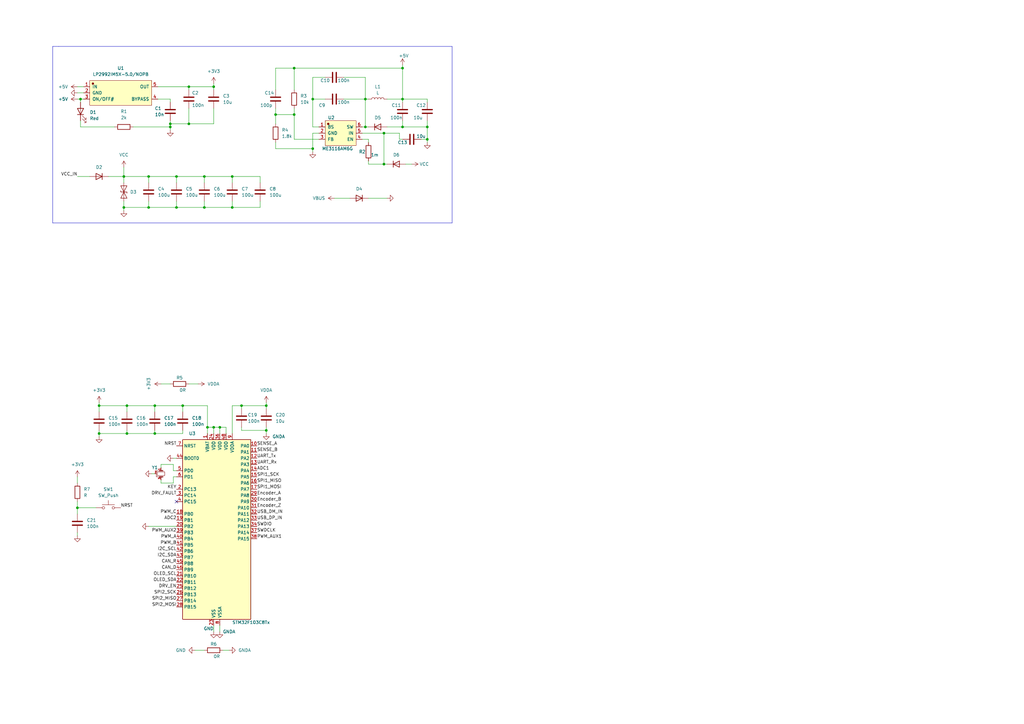
<source format=kicad_sch>
(kicad_sch (version 20230121) (generator eeschema)
  (paper "A3")
  (lib_symbols
    (symbol "Device:C" (pin_numbers hide) (pin_names (offset 0.254))
      (property "Reference" "C" (at 0.635 2.54 0))
      (property "Value" "C" (at 0.635 -2.54 0))
      (symbol "C_0_1"
        (polyline (pts (xy -2.032 -0.762) (xy 2.032 -0.762)) (stroke (width 0.508)))
        (polyline (pts (xy -2.032 0.762) (xy 2.032 0.762)) (stroke (width 0.508)))
      )
      (symbol "C_1_1"
        (pin passive line (at 0 3.81 270) (length 2.794) (name "~") (number "1"))
        (pin passive line (at 0 -3.81 90) (length 2.794) (name "~") (number "2"))
      )
    )
    (symbol "Device:Crystal_GND2_Small" (pin_names (offset 1.016) hide)
      (property "Reference" "Y" (at 0 5.08 0))
      (property "Value" "Crystal_GND2_Small" (at 0 3.175 0))
      (symbol "Crystal_GND2_Small_0_1"
        (rectangle (start -0.762 -1.524) (end 0.762 1.524))
        (polyline (pts (xy -1.27 -0.762) (xy -1.27 0.762)) (stroke (width 0.381)))
        (polyline (pts (xy 1.27 -0.762) (xy 1.27 0.762)) (stroke (width 0.381)))
        (polyline (pts (xy -1.27 -1.27) (xy -1.27 -1.905) (xy 1.27 -1.905) (xy 1.27 -1.27)))
      )
      (symbol "Crystal_GND2_Small_1_1"
        (pin passive line (at -2.54 0 0) (length 1.27) (name "1") (number "1"))
        (pin passive line (at 0 -2.54 90) (length 0.635) (name "2") (number "2"))
        (pin passive line (at 2.54 0 180) (length 1.27) (name "3") (number "3"))
      )
    )
    (symbol "Device:L" (pin_numbers hide) (pin_names (offset 1.016) hide)
      (property "Reference" "L" (at -1.27 0 90))
      (property "Value" "L" (at 1.905 0 90))
      (symbol "L_0_1"
        (arc (start 0 -2.54) (mid 0.6323 -1.905) (end 0 -1.27))
        (arc (start 0 -1.27) (mid 0.6323 -0.635) (end 0 0))
        (arc (start 0 0) (mid 0.6323 0.635) (end 0 1.27))
        (arc (start 0 1.27) (mid 0.6323 1.905) (end 0 2.54))
      )
      (symbol "L_1_1"
        (pin passive line (at 0 3.81 270) (length 1.27) (name "1") (number "1"))
        (pin passive line (at 0 -3.81 90) (length 1.27) (name "2") (number "2"))
      )
    )
    (symbol "Device:LED" (pin_numbers hide) (pin_names (offset 1.016) hide)
      (property "Reference" "D" (at 0 2.54 0))
      (property "Value" "LED" (at 0 -2.54 0))
      (symbol "LED_0_1"
        (polyline (pts (xy -1.27 -1.27) (xy -1.27 1.27)) (stroke (width 0.254)))
        (polyline (pts (xy -1.27 0) (xy 1.27 0)))
        (polyline (pts (xy 1.27 -1.27) (xy 1.27 1.27) (xy -1.27 0) (xy 1.27 -1.27)) (stroke (width 0.254)))
        (polyline (pts (xy -3.048 -0.762) (xy -4.572 -2.286) (xy -3.81 -2.286) (xy -4.572 -2.286) (xy -4.572 -1.524)))
        (polyline (pts (xy -1.778 -0.762) (xy -3.302 -2.286) (xy -2.54 -2.286) (xy -3.302 -2.286) (xy -3.302 -1.524)))
      )
      (symbol "LED_1_1"
        (pin passive line (at -3.81 0 0) (length 2.54) (name "K") (number "1"))
        (pin passive line (at 3.81 0 180) (length 2.54) (name "A") (number "2"))
      )
    )
    (symbol "Device:R" (pin_numbers hide) (pin_names (offset 0))
      (property "Reference" "R" (at 2.032 0 90))
      (property "Value" "R" (at 0 0 90))
      (symbol "R_0_1"
        (rectangle (start -1.016 -2.54) (end 1.016 2.54) (stroke (width 0.254)))
      )
      (symbol "R_1_1"
        (pin passive line (at 0 3.81 270) (length 1.27) (name "~") (number "1"))
        (pin passive line (at 0 -3.81 90) (length 1.27) (name "~") (number "2"))
      )
    )
    (symbol "Diode:1N4003" (pin_numbers hide) (pin_names hide)
      (property "Reference" "D" (at 0 2.54 0))
      (property "Value" "1N4003" (at 0 -2.54 0))
      (symbol "1N4003_0_1"
        (polyline (pts (xy -1.27 1.27) (xy -1.27 -1.27)) (stroke (width 0.254)))
        (polyline (pts (xy 1.27 0) (xy -1.27 0)))
        (polyline (pts (xy 1.27 1.27) (xy 1.27 -1.27) (xy -1.27 0) (xy 1.27 1.27)) (stroke (width 0.254)))
      )
      (symbol "1N4003_1_1"
        (pin passive line (at -3.81 0 0) (length 2.54) (name "K") (number "1"))
        (pin passive line (at 3.81 0 180) (length 2.54) (name "A") (number "2"))
      )
    )
    (symbol "Diode:SMAJ15CA" (pin_numbers hide) (pin_names (offset 1.016) hide)
      (property "Reference" "D" (at 0 2.54 0))
      (property "Value" "SMAJ15CA" (at 0 -2.54 0))
      (symbol "SMAJ15CA_0_1"
        (polyline (pts (xy 1.27 0) (xy -1.27 0)))
        (polyline (pts (xy -2.54 -1.27) (xy 0 0) (xy -2.54 1.27) (xy -2.54 -1.27)) (stroke (width 0.2032)))
        (polyline (pts (xy 0.508 1.27) (xy 0 1.27) (xy 0 -1.27) (xy -0.508 -1.27)) (stroke (width 0.2032)))
        (polyline (pts (xy 2.54 1.27) (xy 2.54 -1.27) (xy 0 0) (xy 2.54 1.27)) (stroke (width 0.2032)))
      )
      (symbol "SMAJ15CA_1_1"
        (pin passive line (at -3.81 0 0) (length 2.54) (name "A1") (number "1"))
        (pin passive line (at 3.81 0 180) (length 2.54) (name "A2") (number "2"))
      )
    )
    (symbol "MCU_ST_STM32F1:STM32F103C8Tx"
      (property "Reference" "U" (at -12.7 39.37 0))
      (property "Value" "STM32F103C8Tx" (at 10.16 39.37 0))
      (symbol "STM32F103C8Tx_0_1"
        (rectangle (start -12.7 -35.56) (end 15.24 38.1) (stroke (width 0.254)) (fill (type background)))
      )
      (symbol "STM32F103C8Tx_1_1"
        (pin power_in line (at -2.54 40.64 270) (length 2.54) (name "VBAT") (number "1"))
        (pin bidirectional line (at 17.78 35.56 180) (length 2.54) (name "PA0") (number "10"))
        (pin bidirectional line (at 17.78 33.02 180) (length 2.54) (name "PA1") (number "11"))
        (pin bidirectional line (at 17.78 30.48 180) (length 2.54) (name "PA2") (number "12"))
        (pin bidirectional line (at 17.78 27.94 180) (length 2.54) (name "PA3") (number "13"))
        (pin bidirectional line (at 17.78 25.4 180) (length 2.54) (name "PA4") (number "14"))
        (pin bidirectional line (at 17.78 22.86 180) (length 2.54) (name "PA5") (number "15"))
        (pin bidirectional line (at 17.78 20.32 180) (length 2.54) (name "PA6") (number "16"))
        (pin bidirectional line (at 17.78 17.78 180) (length 2.54) (name "PA7") (number "17"))
        (pin bidirectional line (at -15.24 7.62 0) (length 2.54) (name "PB0") (number "18"))
        (pin bidirectional line (at -15.24 5.08 0) (length 2.54) (name "PB1") (number "19"))
        (pin bidirectional line (at -15.24 17.78 0) (length 2.54) (name "PC13") (number "2"))
        (pin bidirectional line (at -15.24 2.54 0) (length 2.54) (name "PB2") (number "20"))
        (pin bidirectional line (at -15.24 -17.78 0) (length 2.54) (name "PB10") (number "21"))
        (pin bidirectional line (at -15.24 -20.32 0) (length 2.54) (name "PB11") (number "22"))
        (pin power_in line (at 0 -38.1 90) (length 2.54) (name "VSS") (number "23"))
        (pin power_in line (at 0 40.64 270) (length 2.54) (name "VDD") (number "24"))
        (pin bidirectional line (at -15.24 -22.86 0) (length 2.54) (name "PB12") (number "25"))
        (pin bidirectional line (at -15.24 -25.4 0) (length 2.54) (name "PB13") (number "26"))
        (pin bidirectional line (at -15.24 -27.94 0) (length 2.54) (name "PB14") (number "27"))
        (pin bidirectional line (at -15.24 -30.48 0) (length 2.54) (name "PB15") (number "28"))
        (pin bidirectional line (at 17.78 15.24 180) (length 2.54) (name "PA8") (number "29"))
        (pin bidirectional line (at -15.24 15.24 0) (length 2.54) (name "PC14") (number "3"))
        (pin bidirectional line (at 17.78 12.7 180) (length 2.54) (name "PA9") (number "30"))
        (pin bidirectional line (at 17.78 10.16 180) (length 2.54) (name "PA10") (number "31"))
        (pin bidirectional line (at 17.78 7.62 180) (length 2.54) (name "PA11") (number "32"))
        (pin bidirectional line (at 17.78 5.08 180) (length 2.54) (name "PA12") (number "33"))
        (pin bidirectional line (at 17.78 2.54 180) (length 2.54) (name "PA13") (number "34"))
        (pin passive line (at 0 -38.1 90) (length 2.54) hide (name "VSS") (number "35"))
        (pin power_in line (at 2.54 40.64 270) (length 2.54) (name "VDD") (number "36"))
        (pin bidirectional line (at 17.78 0 180) (length 2.54) (name "PA14") (number "37"))
        (pin bidirectional line (at 17.78 -2.54 180) (length 2.54) (name "PA15") (number "38"))
        (pin bidirectional line (at -15.24 0 0) (length 2.54) (name "PB3") (number "39"))
        (pin bidirectional line (at -15.24 12.7 0) (length 2.54) (name "PC15") (number "4"))
        (pin bidirectional line (at -15.24 -2.54 0) (length 2.54) (name "PB4") (number "40"))
        (pin bidirectional line (at -15.24 -5.08 0) (length 2.54) (name "PB5") (number "41"))
        (pin bidirectional line (at -15.24 -7.62 0) (length 2.54) (name "PB6") (number "42"))
        (pin bidirectional line (at -15.24 -10.16 0) (length 2.54) (name "PB7") (number "43"))
        (pin input line (at -15.24 30.48 0) (length 2.54) (name "BOOT0") (number "44"))
        (pin bidirectional line (at -15.24 -12.7 0) (length 2.54) (name "PB8") (number "45"))
        (pin bidirectional line (at -15.24 -15.24 0) (length 2.54) (name "PB9") (number "46"))
        (pin passive line (at 0 -38.1 90) (length 2.54) hide (name "VSS") (number "47"))
        (pin power_in line (at 5.08 40.64 270) (length 2.54) (name "VDD") (number "48"))
        (pin bidirectional line (at -15.24 25.4 0) (length 2.54) (name "PD0") (number "5"))
        (pin bidirectional line (at -15.24 22.86 0) (length 2.54) (name "PD1") (number "6"))
        (pin input line (at -15.24 35.56 0) (length 2.54) (name "NRST") (number "7"))
        (pin power_in line (at 2.54 -38.1 90) (length 2.54) (name "VSSA") (number "8"))
        (pin power_in line (at 7.62 40.64 270) (length 2.54) (name "VDDA") (number "9"))
      )
    )
    (symbol "Switch:SW_Push" (pin_numbers hide) (pin_names (offset 1.016) hide)
      (property "Reference" "SW" (at 1.27 2.54 0))
      (property "Value" "SW_Push" (at 0 -1.524 0))
      (symbol "SW_Push_0_1"
        (circle (center -2.032 0) (radius 0.508))
        (polyline (pts (xy 0 1.27) (xy 0 3.048)))
        (polyline (pts (xy 2.54 1.27) (xy -2.54 1.27)))
        (circle (center 2.032 0) (radius 0.508))
        (pin passive line (at -5.08 0 0) (length 2.54) (name "1") (number "1"))
        (pin passive line (at 5.08 0 180) (length 2.54) (name "2") (number "2"))
      )
    )
    (symbol "duanpu:LP2992IM5X-5.0/NOPB" (pin_names (offset 1.016))
      (property "Reference" "U" (at 0 7.747 0))
      (property "Value" "LP2992IM5X-5.0/NOPB" (at 0 12.827 0))
      (symbol "LP2992IM5X-5.0/NOPB_1_1"
        (rectangle (start -12.7 5.08) (end 12.7 -5.08) (stroke (width 0.1524)) (fill (type background)))
        (circle (center -11.43 3.81) (radius 0.381) (stroke (width 0.1524)) (fill (type outline)))
        (pin input line (at -15.24 2.54 0) (length 2.54) (name "IN") (number "1"))
        (pin input line (at -15.24 0 0) (length 2.54) (name "GND") (number "2"))
        (pin input line (at -15.24 -2.54 0) (length 2.54) (name "ON/OFF#") (number "3"))
        (pin input line (at 15.24 -2.54 180) (length 2.54) (name "BYPASS") (number "4"))
        (pin input line (at 15.24 2.54 180) (length 2.54) (name "OUT") (number "5"))
      )
    )
    (symbol "duanpu:ME3116AM6G" (pin_names (offset 1.016))
      (property "Reference" "U" (at 0 7.747 0))
      (property "Value" "ME3116AM6G" (at 0 12.827 0))
      (symbol "ME3116AM6G_1_1"
        (rectangle (start -6.35 5.08) (end 6.35 -5.08) (stroke (width 0.1524)) (fill (type background)))
        (circle (center -5.08 3.81) (radius 0.381) (stroke (width 0.1524)) (fill (type outline)))
        (pin input line (at -8.89 2.54 0) (length 2.54) (name "BS") (number "1"))
        (pin input line (at -8.89 0 0) (length 2.54) (name "GND") (number "2"))
        (pin input line (at -8.89 -2.54 0) (length 2.54) (name "FB") (number "3"))
        (pin input line (at 8.89 -2.54 180) (length 2.54) (name "EN") (number "4"))
        (pin input line (at 8.89 0 180) (length 2.54) (name "IN") (number "5"))
        (pin input line (at 8.89 2.54 180) (length 2.54) (name "SW") (number "6"))
      )
    )
    (symbol "power:+3V3" (power) (pin_names (offset 0))
      (property "Value" "+3V3" (at 0 3.556 0))
      (symbol "+3V3_0_1"
        (polyline (pts (xy -0.762 1.27) (xy 0 2.54)))
        (polyline (pts (xy 0 0) (xy 0 2.54)))
        (polyline (pts (xy 0 2.54) (xy 0.762 1.27)))
      )
      (symbol "+3V3_1_1"
        (pin power_in line (at 0 0 90) (length 0) hide (name "+3V3") (number "1"))
      )
    )
    (symbol "power:+5V" (power) (pin_names (offset 0))
      (property "Value" "+5V" (at 0 3.556 0))
      (symbol "+5V_0_1"
        (polyline (pts (xy -0.762 1.27) (xy 0 2.54)))
        (polyline (pts (xy 0 0) (xy 0 2.54)))
        (polyline (pts (xy 0 2.54) (xy 0.762 1.27)))
      )
      (symbol "+5V_1_1"
        (pin power_in line (at 0 0 90) (length 0) hide (name "+5V") (number "1"))
      )
    )
    (symbol "power:GND" (power) (pin_names (offset 0))
      (property "Value" "GND" (at 0 -3.81 0))
      (symbol "GND_0_1"
        (polyline (pts (xy 0 0) (xy 0 -1.27) (xy 1.27 -1.27) (xy 0 -2.54) (xy -1.27 -1.27) (xy 0 -1.27)))
      )
      (symbol "GND_1_1"
        (pin power_in line (at 0 0 270) (length 0) hide (name "GND") (number "1"))
      )
    )
    (symbol "power:GNDA" (power) (pin_names (offset 0))
      (property "Value" "GNDA" (at 0 -3.81 0))
      (symbol "GNDA_0_1"
        (polyline (pts (xy 0 0) (xy 0 -1.27) (xy 1.27 -1.27) (xy 0 -2.54) (xy -1.27 -1.27) (xy 0 -1.27)))
      )
      (symbol "GNDA_1_1"
        (pin power_in line (at 0 0 270) (length 0) hide (name "GNDA") (number "1"))
      )
    )
    (symbol "power:VBUS" (power) (pin_names (offset 0))
      (property "Value" "VBUS" (at 0 3.81 0))
      (symbol "VBUS_0_1"
        (polyline (pts (xy -0.762 1.27) (xy 0 2.54)))
        (polyline (pts (xy 0 0) (xy 0 2.54)))
        (polyline (pts (xy 0 2.54) (xy 0.762 1.27)))
      )
      (symbol "VBUS_1_1"
        (pin power_in line (at 0 0 90) (length 0) hide (name "VBUS") (number "1"))
      )
    )
    (symbol "power:VCC" (power) (pin_names (offset 0))
      (property "Value" "VCC" (at 0 3.81 0))
      (symbol "VCC_0_1"
        (polyline (pts (xy -0.762 1.27) (xy 0 2.54)))
        (polyline (pts (xy 0 0) (xy 0 2.54)))
        (polyline (pts (xy 0 2.54) (xy 0.762 1.27)))
      )
      (symbol "VCC_1_1"
        (pin power_in line (at 0 0 90) (length 0) hide (name "VCC") (number "1"))
      )
    )
    (symbol "power:VDDA" (power) (pin_names (offset 0))
      (property "Value" "VDDA" (at 0 3.81 0))
      (symbol "VDDA_0_1"
        (polyline (pts (xy -0.762 1.27) (xy 0 2.54)))
        (polyline (pts (xy 0 0) (xy 0 2.54)))
        (polyline (pts (xy 0 2.54) (xy 0.762 1.27)))
      )
      (symbol "VDDA_1_1"
        (pin power_in line (at 0 0 90) (length 0) hide (name "VDDA") (number "1"))
      )
    )
  )
  (junction (at 77.47 50.8))
  (junction (at 63.5 177.8))
  (junction (at 31.75 208.28))
  (junction (at 72.39 85.09))
  (junction (at 149.86 40.64))
  (junction (at 69.85 52.07))
  (junction (at 52.07 166.37))
  (junction (at 52.07 177.8))
  (junction (at 77.47 35.56))
  (junction (at 113.03 46.99))
  (junction (at 69.85 50.8))
  (junction (at 85.09 175.26))
  (junction (at 128.27 60.96))
  (junction (at 128.27 40.64))
  (junction (at 157.48 67.31))
  (junction (at 83.82 72.39))
  (junction (at 165.1 52.07))
  (junction (at 87.63 175.26))
  (junction (at 87.63 35.56))
  (junction (at 165.1 40.64))
  (junction (at 120.65 27.94))
  (junction (at 33.02 40.64))
  (junction (at 165.1 27.94))
  (junction (at 157.48 54.61))
  (junction (at 63.5 166.37))
  (junction (at 149.86 52.07))
  (junction (at 95.25 72.39))
  (junction (at 74.93 166.37))
  (junction (at 120.65 46.99))
  (junction (at 60.96 72.39))
  (junction (at 72.39 72.39))
  (junction (at 60.96 85.09))
  (junction (at 50.8 72.39))
  (junction (at 99.06 166.37))
  (junction (at 95.25 85.09))
  (junction (at 109.22 166.37))
  (junction (at 40.64 166.37))
  (junction (at 109.22 176.53))
  (junction (at 50.8 85.09))
  (junction (at 175.26 57.15))
  (junction (at 83.82 85.09))
  (junction (at 175.26 52.07))
  (junction (at 90.17 175.26))
  (junction (at 40.64 177.8))
  (no_connect (at 72.39 205.74))
  (wire (pts (xy 60.96 74.93) (xy 60.96 72.39)))
  (wire (pts (xy 87.63 44.45) (xy 87.63 50.8)))
  (wire (pts (xy 83.82 85.09) (xy 72.39 85.09)))
  (wire (pts (xy 113.03 46.99) (xy 113.03 50.8)))
  (wire (pts (xy 113.03 46.99) (xy 120.65 46.99)))
  (wire (pts (xy 106.68 85.09) (xy 95.25 85.09)))
  (wire (pts (xy 113.03 58.42) (xy 113.03 60.96)))
  (polyline (pts (xy 24.13 19.05) (xy 185.42 19.05)))
  (wire (pts (xy 120.65 57.15) (xy 120.65 46.99)))
  (wire (pts (xy 140.97 40.64) (xy 149.86 40.64)))
  (wire (pts (xy 80.01 266.7) (xy 83.82 266.7)))
  (wire (pts (xy 99.06 175.26) (xy 99.06 176.53)))
  (wire (pts (xy 33.02 40.64) (xy 34.29 40.64)))
  (wire (pts (xy 69.85 52.07) (xy 69.85 50.8)))
  (wire (pts (xy 60.96 215.9) (xy 72.39 215.9)))
  (wire (pts (xy 33.02 52.07) (xy 46.99 52.07)))
  (wire (pts (xy 148.59 52.07) (xy 149.86 52.07)))
  (wire (pts (xy 52.07 176.53) (xy 52.07 177.8)))
  (wire (pts (xy 40.64 179.07) (xy 40.64 177.8)))
  (wire (pts (xy 165.1 40.64) (xy 165.1 41.91)))
  (wire (pts (xy 33.02 49.53) (xy 33.02 52.07)))
  (wire (pts (xy 50.8 68.58) (xy 50.8 72.39)))
  (wire (pts (xy 175.26 58.42) (xy 175.26 57.15)))
  (wire (pts (xy 99.06 176.53) (xy 109.22 176.53)))
  (wire (pts (xy 109.22 177.8) (xy 109.22 176.53)))
  (wire (pts (xy 31.75 40.64) (xy 33.02 40.64)))
  (wire (pts (xy 149.86 40.64) (xy 151.13 40.64)))
  (wire (pts (xy 140.97 31.75) (xy 149.86 31.75)))
  (wire (pts (xy 60.96 72.39) (xy 72.39 72.39)))
  (polyline (pts (xy 21.59 19.05) (xy 24.13 19.05)))
  (wire (pts (xy 77.47 35.56) (xy 87.63 35.56)))
  (wire (pts (xy 158.75 81.28) (xy 151.13 81.28)))
  (wire (pts (xy 163.83 54.61) (xy 163.83 57.15)))
  (wire (pts (xy 120.65 46.99) (xy 120.65 44.45)))
  (wire (pts (xy 95.25 166.37) (xy 99.06 166.37)))
  (wire (pts (xy 52.07 166.37) (xy 40.64 166.37)))
  (wire (pts (xy 175.26 57.15) (xy 175.26 52.07)))
  (wire (pts (xy 40.64 177.8) (xy 40.64 176.53)))
  (wire (pts (xy 71.12 195.58) (xy 71.12 198.12)))
  (wire (pts (xy 95.25 74.93) (xy 95.25 72.39)))
  (wire (pts (xy 50.8 85.09) (xy 50.8 82.55)))
  (wire (pts (xy 133.35 31.75) (xy 128.27 31.75)))
  (wire (pts (xy 151.13 58.42) (xy 151.13 57.15)))
  (wire (pts (xy 151.13 67.31) (xy 157.48 67.31)))
  (wire (pts (xy 130.81 54.61) (xy 128.27 54.61)))
  (wire (pts (xy 66.04 196.85) (xy 66.04 198.12)))
  (wire (pts (xy 165.1 49.53) (xy 165.1 52.07)))
  (wire (pts (xy 74.93 177.8) (xy 63.5 177.8)))
  (wire (pts (xy 71.12 193.04) (xy 71.12 190.5)))
  (wire (pts (xy 31.75 72.39) (xy 36.83 72.39)))
  (wire (pts (xy 40.64 166.37) (xy 40.64 168.91)))
  (wire (pts (xy 66.04 157.48) (xy 69.85 157.48)))
  (wire (pts (xy 72.39 195.58) (xy 71.12 195.58)))
  (wire (pts (xy 54.61 52.07) (xy 69.85 52.07)))
  (wire (pts (xy 71.12 198.12) (xy 66.04 198.12)))
  (wire (pts (xy 165.1 40.64) (xy 175.26 40.64)))
  (wire (pts (xy 50.8 72.39) (xy 60.96 72.39)))
  (wire (pts (xy 120.65 27.94) (xy 120.65 36.83)))
  (wire (pts (xy 60.96 85.09) (xy 60.96 82.55)))
  (wire (pts (xy 64.77 35.56) (xy 77.47 35.56)))
  (wire (pts (xy 63.5 166.37) (xy 63.5 168.91)))
  (wire (pts (xy 95.25 166.37) (xy 95.25 177.8)))
  (wire (pts (xy 40.64 165.1) (xy 40.64 166.37)))
  (wire (pts (xy 63.5 166.37) (xy 52.07 166.37)))
  (wire (pts (xy 148.59 54.61) (xy 157.48 54.61)))
  (wire (pts (xy 158.75 52.07) (xy 165.1 52.07)))
  (wire (pts (xy 66.04 190.5) (xy 66.04 191.77)))
  (wire (pts (xy 149.86 40.64) (xy 149.86 52.07)))
  (wire (pts (xy 149.86 31.75) (xy 149.86 40.64)))
  (wire (pts (xy 99.06 166.37) (xy 109.22 166.37)))
  (wire (pts (xy 158.75 40.64) (xy 165.1 40.64)))
  (wire (pts (xy 113.03 60.96) (xy 128.27 60.96)))
  (wire (pts (xy 31.75 38.1) (xy 34.29 38.1)))
  (wire (pts (xy 69.85 41.91) (xy 69.85 40.64)))
  (wire (pts (xy 31.75 195.58) (xy 31.75 198.12)))
  (wire (pts (xy 151.13 57.15) (xy 148.59 57.15)))
  (wire (pts (xy 95.25 72.39) (xy 83.82 72.39)))
  (wire (pts (xy 71.12 187.96) (xy 72.39 187.96)))
  (wire (pts (xy 109.22 165.1) (xy 109.22 166.37)))
  (wire (pts (xy 109.22 166.37) (xy 109.22 167.64)))
  (wire (pts (xy 113.03 27.94) (xy 113.03 36.83)))
  (wire (pts (xy 85.09 175.26) (xy 85.09 166.37)))
  (wire (pts (xy 137.16 81.28) (xy 143.51 81.28)))
  (wire (pts (xy 63.5 177.8) (xy 52.07 177.8)))
  (wire (pts (xy 31.75 35.56) (xy 34.29 35.56)))
  (wire (pts (xy 92.71 177.8) (xy 92.71 175.26)))
  (wire (pts (xy 172.72 57.15) (xy 175.26 57.15)))
  (wire (pts (xy 157.48 54.61) (xy 157.48 67.31)))
  (wire (pts (xy 87.63 50.8) (xy 77.47 50.8)))
  (wire (pts (xy 85.09 166.37) (xy 74.93 166.37)))
  (wire (pts (xy 74.93 166.37) (xy 74.93 168.91)))
  (wire (pts (xy 175.26 52.07) (xy 175.26 49.53)))
  (wire (pts (xy 72.39 193.04) (xy 71.12 193.04)))
  (wire (pts (xy 133.35 40.64) (xy 128.27 40.64)))
  (wire (pts (xy 128.27 40.64) (xy 128.27 52.07)))
  (wire (pts (xy 52.07 166.37) (xy 52.07 168.91)))
  (wire (pts (xy 113.03 44.45) (xy 113.03 46.99)))
  (wire (pts (xy 87.63 35.56) (xy 87.63 36.83)))
  (wire (pts (xy 74.93 176.53) (xy 74.93 177.8)))
  (wire (pts (xy 175.26 40.64) (xy 175.26 41.91)))
  (wire (pts (xy 74.93 166.37) (xy 63.5 166.37)))
  (wire (pts (xy 87.63 175.26) (xy 90.17 175.26)))
  (wire (pts (xy 63.5 176.53) (xy 63.5 177.8)))
  (wire (pts (xy 50.8 86.36) (xy 50.8 85.09)))
  (wire (pts (xy 31.75 205.74) (xy 31.75 208.28)))
  (wire (pts (xy 87.63 177.8) (xy 87.63 175.26)))
  (wire (pts (xy 71.12 190.5) (xy 66.04 190.5)))
  (polyline (pts (xy 185.42 19.05) (xy 185.42 91.44)))
  (wire (pts (xy 87.63 34.29) (xy 87.63 35.56)))
  (wire (pts (xy 77.47 50.8) (xy 69.85 50.8)))
  (wire (pts (xy 83.82 82.55) (xy 83.82 85.09)))
  (wire (pts (xy 92.71 175.26) (xy 90.17 175.26)))
  (wire (pts (xy 91.44 266.7) (xy 93.98 266.7)))
  (wire (pts (xy 130.81 57.15) (xy 120.65 57.15)))
  (wire (pts (xy 44.45 72.39) (xy 50.8 72.39)))
  (wire (pts (xy 77.47 35.56) (xy 77.47 36.83)))
  (wire (pts (xy 60.96 85.09) (xy 72.39 85.09)))
  (polyline (pts (xy 185.42 91.44) (xy 21.59 91.44)))
  (polyline (pts (xy 21.59 91.44) (xy 21.59 19.05)))
  (wire (pts (xy 90.17 256.54) (xy 90.17 259.08)))
  (wire (pts (xy 128.27 52.07) (xy 130.81 52.07)))
  (wire (pts (xy 128.27 60.96) (xy 128.27 62.23)))
  (wire (pts (xy 165.1 27.94) (xy 120.65 27.94)))
  (wire (pts (xy 149.86 52.07) (xy 151.13 52.07)))
  (wire (pts (xy 165.1 27.94) (xy 165.1 40.64)))
  (wire (pts (xy 33.02 40.64) (xy 33.02 41.91)))
  (wire (pts (xy 50.8 72.39) (xy 50.8 74.93)))
  (wire (pts (xy 83.82 74.93) (xy 83.82 72.39)))
  (wire (pts (xy 52.07 177.8) (xy 40.64 177.8)))
  (wire (pts (xy 72.39 85.09) (xy 72.39 82.55)))
  (wire (pts (xy 128.27 54.61) (xy 128.27 60.96)))
  (wire (pts (xy 77.47 157.48) (xy 81.28 157.48)))
  (wire (pts (xy 165.1 52.07) (xy 175.26 52.07)))
  (wire (pts (xy 31.75 219.71) (xy 31.75 218.44)))
  (wire (pts (xy 120.65 27.94) (xy 113.03 27.94)))
  (wire (pts (xy 99.06 166.37) (xy 99.06 167.64)))
  (wire (pts (xy 50.8 85.09) (xy 60.96 85.09)))
  (wire (pts (xy 106.68 72.39) (xy 95.25 72.39)))
  (wire (pts (xy 157.48 67.31) (xy 158.75 67.31)))
  (wire (pts (xy 151.13 66.04) (xy 151.13 67.31)))
  (wire (pts (xy 165.1 26.67) (xy 165.1 27.94)))
  (wire (pts (xy 31.75 208.28) (xy 31.75 210.82)))
  (wire (pts (xy 31.75 208.28) (xy 39.37 208.28)))
  (wire (pts (xy 128.27 31.75) (xy 128.27 40.64)))
  (wire (pts (xy 90.17 177.8) (xy 90.17 175.26)))
  (wire (pts (xy 87.63 259.08) (xy 87.63 256.54)))
  (wire (pts (xy 157.48 54.61) (xy 163.83 54.61)))
  (wire (pts (xy 69.85 53.34) (xy 69.85 52.07)))
  (wire (pts (xy 64.77 40.64) (xy 69.85 40.64)))
  (wire (pts (xy 95.25 82.55) (xy 95.25 85.09)))
  (wire (pts (xy 83.82 72.39) (xy 72.39 72.39)))
  (wire (pts (xy 168.91 67.31) (xy 166.37 67.31)))
  (wire (pts (xy 163.83 57.15) (xy 165.1 57.15)))
  (wire (pts (xy 87.63 175.26) (xy 85.09 175.26)))
  (wire (pts (xy 106.68 74.93) (xy 106.68 72.39)))
  (wire (pts (xy 62.23 194.31) (xy 63.5 194.31)))
  (wire (pts (xy 85.09 177.8) (xy 85.09 175.26)))
  (wire (pts (xy 69.85 50.8) (xy 69.85 49.53)))
  (wire (pts (xy 72.39 74.93) (xy 72.39 72.39)))
  (wire (pts (xy 109.22 176.53) (xy 109.22 175.26)))
  (wire (pts (xy 106.68 82.55) (xy 106.68 85.09)))
  (wire (pts (xy 77.47 44.45) (xy 77.47 50.8)))
  (wire (pts (xy 95.25 85.09) (xy 83.82 85.09)))
  (label "OLED_SCL" (at 72.39 236.22 180))
  (label "SPI1_SCK" (at 105.41 195.58 0))
  (label "USB_DM_IN" (at 105.41 210.82 0))
  (label "Encoder_A" (at 105.41 203.2 0))
  (label "SPI2_MISO" (at 72.39 246.38 180))
  (label "KEY" (at 72.39 200.66 180))
  (label "NRST" (at 72.39 182.88 180))
  (label "SPI1_MISO" (at 105.41 198.12 0))
  (label "CAN_D" (at 72.39 233.68 180))
  (label "Encoder_B" (at 105.41 205.74 0))
  (label "OLED_SDA" (at 72.39 238.76 180))
  (label "DRV_EN" (at 72.39 241.3 180))
  (label "DRV_FAULT" (at 72.39 203.2 180))
  (label "ADC1" (at 105.41 193.04 0))
  (label "PWM_C" (at 72.39 210.82 180))
  (label "SPI2_MOSI" (at 72.39 248.92 180))
  (label "NRST" (at 49.53 208.28 0))
  (label "PWM_AUX2" (at 72.39 218.44 180))
  (label "SPI1_MOSI" (at 105.41 200.66 0))
  (label "VCC_IN" (at 31.75 72.39 180))
  (label "PWM_AUX1" (at 105.41 220.98 0))
  (label "SPI2_SCK" (at 72.39 243.84 180))
  (label "PWM_B" (at 72.39 223.52 180))
  (label "CAN_R" (at 72.39 231.14 180))
  (label "Encoder_Z" (at 105.41 208.28 0))
  (label "SWDCLK" (at 105.41 218.44 0))
  (label "SENSE_B" (at 105.41 185.42 0))
  (label "UART_Tx" (at 105.41 187.96 0))
  (label "SENSE_A" (at 105.41 182.88 0))
  (label "SWDIO" (at 105.41 215.9 0))
  (label "UART_Rx" (at 105.41 190.5 0))
  (label "I2C_SCL" (at 72.39 226.06 180))
  (label "USB_DP_IN" (at 105.41 213.36 0))
  (label "I2C_SDA" (at 72.39 228.6 180))
  (label "PWM_A" (at 72.39 220.98 180))
  (label "ADC2" (at 72.39 213.36 180))
  (symbol (lib_id "power:+3V3") (at 31.75 195.58 0) (unit 1)
    (property "Reference" "#PWR022" (effects hide))
    (property "Value" "+3V3" (at 31.75 190.5 0))
  )
  (symbol (lib_id "power:GND") (at 31.75 38.1 270) (unit 1)
    (property "Reference" "#PWR02" (effects hide))
    (property "Value" "GND" (effects hide))
  )
  (symbol (lib_id "duanpu:ME3116AM6G") (at 139.7 54.61 0) (unit 1)
    (property "Reference" "U2" (at 135.89 48.26 0))
    (property "Value" "ME3116AM6G" (at 138.43 60.96 0))
    (property "Footprint" "kicad_lceda:SOT-23-6_L2.9-W1.6-P0.95-LS2.8-BL" (effects hide))
    (property "Datasheet" "http://www.szlcsc.com/product/details_421809.html" (effects hide))
    (property "SuppliersPartNumber" "C427569" (effects hide))
    (property "uuid" "std:de5b4602bcad4ebda566a23813d29f96" (effects hide))
  )
  (symbol (lib_id "Device:LED") (at 33.02 45.72 90) (unit 1)
    (property "Reference" "D1" (at 36.83 46.0375 90) (effects (justify right)))
    (property "Value" "Red" (at 36.83 48.5775 90) (effects (justify right)))
  )
  (symbol (lib_id "power:VCC") (at 50.8 68.58 0) (unit 1)
    (property "Reference" "#PWR05" (effects hide))
    (property "Value" "VCC" (at 50.8 63.5 0))
  )
  (symbol (lib_id "power:+3V3") (at 87.63 34.29 0) (unit 1)
    (property "Reference" "#PWR014" (effects hide))
    (property "Value" "+3V3" (at 87.63 29.21 0))
  )
  (symbol (lib_id "duanpu:LP2992IM5X-5.0/NOPB") (at 49.53 38.1 0) (unit 1)
    (property "Reference" "U1" (at 49.53 27.94 0))
    (property "Value" "LP2992IM5X-5.0/NOPB" (at 49.53 30.48 0))
    (property "Footprint" "kicad_lceda:SOT-23-5_L2.9-W1.6-P0.95-LS2.8-BR" (effects hide))
    (property "SuppliersPartNumber" "C2877732" (effects hide))
    (property "uuid" "std:2c892b078b1c4cd883bf57a312c7016b" (effects hide))
  )
  (symbol (lib_id "Device:C") (at 87.63 40.64 0) (unit 1)
    (property "Reference" "C3" (at 91.44 39.37 0) (effects (justify left)))
    (property "Value" "10u" (at 91.44 41.91 0) (effects (justify left)))
  )
  (symbol (lib_id "Device:C") (at 106.68 78.74 0) (unit 1)
    (property "Reference" "C8" (at 110.49 77.47 0) (effects (justify left)))
    (property "Value" "100u" (at 110.49 80.01 0) (effects (justify left)))
  )
  (symbol (lib_id "Device:R") (at 31.75 201.93 0) (unit 1)
    (property "Reference" "R7" (at 34.29 200.66 0) (effects (justify left)))
    (property "Value" "R" (at 34.29 203.2 0) (effects (justify left)))
  )
  (symbol (lib_id "Device:C") (at 77.47 40.64 0) (unit 1)
    (property "Reference" "C2" (at 78.74 38.1 0) (effects (justify left)))
    (property "Value" "100n" (at 78.74 43.18 0) (effects (justify left)))
  )
  (symbol (lib_id "Device:C") (at 113.03 40.64 0) (unit 1)
    (property "Reference" "C14" (at 110.49 38.1 0))
    (property "Value" "100p" (at 109.22 43.18 0))
  )
  (symbol (lib_id "Device:C") (at 99.06 171.45 0) (unit 1)
    (property "Reference" "C19" (at 101.6 170.18 0) (effects (justify left)))
    (property "Value" "100n" (at 101.6 172.72 0) (effects (justify left)))
  )
  (symbol (lib_id "power:GND") (at 87.63 259.08 0) (unit 1)
    (property "Reference" "#PWR028" (effects hide))
    (property "Value" "GND" (at 87.63 257.81 0) (effects (justify right)))
  )
  (symbol (lib_id "Device:C") (at 40.64 172.72 180) (unit 1)
    (property "Reference" "C15" (at 44.45 171.45 0) (effects (justify right)))
    (property "Value" "100n" (at 44.45 173.99 0) (effects (justify right)))
  )
  (symbol (lib_id "Device:C") (at 69.85 45.72 0) (unit 1)
    (property "Reference" "C1" (at 63.5 44.45 0) (effects (justify left)))
    (property "Value" "10n" (at 63.5 46.99 0) (effects (justify left)))
  )
  (symbol (lib_id "Diode:1N4003") (at 162.56 67.31 0) (unit 1)
    (property "Reference" "D6" (at 162.56 63.5 0))
    (property "Value" "1N4003" (effects hide))
    (property "Footprint" "Diode_THT:D_DO-41_SOD81_P10.16mm_Horizontal" (effects hide))
    (property "Datasheet" "http://www.vishay.com/docs/88503/1n4001.pdf" (effects hide))
    (property "Sim.Device" "D" (effects hide))
    (property "Sim.Pins" "1=K 2=A" (effects hide))
  )
  (symbol (lib_id "power:VCC") (at 168.91 67.31 270) (unit 1)
    (property "Reference" "#PWR09" (effects hide))
    (property "Value" "VCC" (at 173.99 67.31 90))
  )
  (symbol (lib_id "power:GND") (at 62.23 194.31 270) (unit 1)
    (property "Reference" "#PWR025" (effects hide))
    (property "Value" "GND" (effects hide))
  )
  (symbol (lib_id "Device:C") (at 137.16 31.75 90) (unit 1)
    (property "Reference" "C10" (at 133.35 33.02 90))
    (property "Value" "100n" (at 140.97 33.02 90))
  )
  (symbol (lib_id "Device:Crystal_GND2_Small") (at 66.04 194.31 270) (unit 1)
    (property "Reference" "Y1" (at 62.23 191.77 90) (effects (justify left)))
    (property "Value" "Crystal_GND2_Small" (effects hide))
  )
  (symbol (lib_id "Device:C") (at 60.96 78.74 0) (unit 1)
    (property "Reference" "C4" (at 64.77 77.47 0) (effects (justify left)))
    (property "Value" "100u" (at 64.77 80.01 0) (effects (justify left)))
  )
  (symbol (lib_id "power:VDDA") (at 81.28 157.48 270) (unit 1)
    (property "Reference" "#PWR019" (effects hide))
    (property "Value" "VDDA" (at 85.09 157.48 90) (effects (justify left)))
  )
  (symbol (lib_id "Device:C") (at 95.25 78.74 0) (unit 1)
    (property "Reference" "C7" (at 99.06 77.47 0) (effects (justify left)))
    (property "Value" "100u" (at 99.06 80.01 0) (effects (justify left)))
  )
  (symbol (lib_id "power:+3V3") (at 66.04 157.48 90) (unit 1)
    (property "Reference" "#PWR018" (effects hide))
    (property "Value" "+3V3" (at 60.96 157.48 0))
  )
  (symbol (lib_id "Device:R") (at 73.66 157.48 90) (unit 1)
    (property "Reference" "R5" (at 73.66 154.94 90))
    (property "Value" "0R" (at 74.93 160.02 90))
  )
  (symbol (lib_id "Device:C") (at 63.5 172.72 180) (unit 1)
    (property "Reference" "C17" (at 67.31 171.45 0) (effects (justify right)))
    (property "Value" "100n" (at 67.31 173.99 0) (effects (justify right)))
  )
  (symbol (lib_id "Device:C") (at 165.1 45.72 180) (unit 1)
    (property "Reference" "C11" (at 162.56 43.18 0))
    (property "Value" "100n" (at 162.56 48.26 0))
  )
  (symbol (lib_id "Device:C") (at 83.82 78.74 0) (unit 1)
    (property "Reference" "C6" (at 87.63 77.47 0) (effects (justify left)))
    (property "Value" "100u" (at 87.63 80.01 0) (effects (justify left)))
  )
  (symbol (lib_id "power:+5V") (at 165.1 26.67 0) (mirror y) (unit 1)
    (property "Reference" "#PWR012" (effects hide))
    (property "Value" "+5V" (at 167.64 22.86 0) (effects (justify left)))
  )
  (symbol (lib_id "Device:C") (at 109.22 171.45 0) (unit 1)
    (property "Reference" "C20" (at 113.03 170.18 0) (effects (justify left)))
    (property "Value" "10u" (at 113.03 172.72 0) (effects (justify left)))
  )
  (symbol (lib_id "power:GNDA") (at 109.22 177.8 0) (unit 1)
    (property "Reference" "#PWR020" (effects hide))
    (property "Value" "GNDA" (at 114.3 179.07 0))
  )
  (symbol (lib_id "Device:C") (at 175.26 45.72 180) (unit 1)
    (property "Reference" "C12" (at 172.72 43.18 0))
    (property "Value" "10u" (at 171.45 48.26 0))
  )
  (symbol (lib_id "power:GNDA") (at 90.17 259.08 0) (unit 1)
    (property "Reference" "#PWR027" (effects hide))
    (property "Value" "GNDA" (at 93.98 259.08 0))
  )
  (symbol (lib_id "power:GND") (at 175.26 58.42 0) (unit 1)
    (property "Reference" "#PWR010" (effects hide))
    (property "Value" "GND" (effects hide))
  )
  (symbol (lib_id "Device:L") (at 154.94 40.64 90) (unit 1)
    (property "Reference" "L1" (at 154.94 35.56 90))
    (property "Value" "L" (at 154.94 38.1 90))
  )
  (symbol (lib_id "Device:C") (at 137.16 40.64 90) (unit 1)
    (property "Reference" "C9" (at 132.08 43.18 90))
    (property "Value" "100n" (at 140.97 41.91 90))
  )
  (symbol (lib_id "power:GND") (at 69.85 53.34 0) (unit 1)
    (property "Reference" "#PWR04" (effects hide))
    (property "Value" "GND" (effects hide))
  )
  (symbol (lib_id "Device:C") (at 74.93 172.72 180) (unit 1)
    (property "Reference" "C18" (at 78.74 171.45 0) (effects (justify right)))
    (property "Value" "100n" (at 78.74 173.99 0) (effects (justify right)))
  )
  (symbol (lib_id "power:GND") (at 40.64 179.07 0) (unit 1)
    (property "Reference" "#PWR013" (effects hide))
    (property "Value" "GND" (effects hide))
  )
  (symbol (lib_id "Device:R") (at 87.63 266.7 90) (unit 1)
    (property "Reference" "R6" (at 87.63 264.16 90))
    (property "Value" "0R" (at 88.9 269.24 90))
  )
  (symbol (lib_id "Device:C") (at 168.91 57.15 270) (unit 1)
    (property "Reference" "C13" (at 165.1 58.42 90))
    (property "Value" "10u" (at 172.72 55.88 90))
  )
  (symbol (lib_id "MCU_ST_STM32F1:STM32F103C8Tx") (at 87.63 218.44 0) (unit 1)
    (property "Reference" "U3" (at 77.47 177.8 0) (effects (justify left)))
    (property "Value" "STM32F103C8Tx" (at 95.25 255.27 0) (effects (justify left)))
    (property "Footprint" "Package_QFP:LQFP-48_7x7mm_P0.5mm" (effects hide))
    (property "Datasheet" "https://www.st.com/resource/en/datasheet/stm32f103c8.pdf" (effects hide))
  )
  (symbol (lib_id "Device:C") (at 31.75 214.63 180) (unit 1)
    (property "Reference" "C21" (at 35.56 213.36 0) (effects (justify right)))
    (property "Value" "100n" (at 35.56 215.9 0) (effects (justify right)))
  )
  (symbol (lib_id "Device:C") (at 52.07 172.72 180) (unit 1)
    (property "Reference" "C16" (at 55.88 171.45 0) (effects (justify right)))
    (property "Value" "100n" (at 55.88 173.99 0) (effects (justify right)))
  )
  (symbol (lib_id "Diode:SMAJ15CA") (at 50.8 78.74 90) (unit 1)
    (property "Reference" "D3" (at 53.34 78.74 90) (effects (justify right)))
    (property "Value" "SMAJ15CA" (effects hide))
    (property "Footprint" "Diode_SMD:D_SMA" (effects hide))
    (property "Datasheet" "https://www.littelfuse.com/media?resourcetype=datasheets&itemid=75e32973-b177-4ee3-a0ff-cedaf1abdb93&filename=smaj-datasheet" (effects hide))
  )
  (symbol (lib_id "Device:R") (at 151.13 62.23 180) (unit 1)
    (property "Reference" "R2" (at 148.59 62.23 0))
    (property "Value" "1m" (at 153.67 63.5 0))
  )
  (symbol (lib_id "power:GND") (at 80.01 266.7 270) (unit 1)
    (property "Reference" "#PWR021" (effects hide))
    (property "Value" "GND" (at 76.2 266.7 90) (effects (justify right)))
  )
  (symbol (lib_id "power:GND") (at 128.27 62.23 0) (unit 1)
    (property "Reference" "#PWR011" (effects hide))
    (property "Value" "GND" (effects hide))
  )
  (symbol (lib_id "power:+5V") (at 31.75 35.56 90) (mirror x) (unit 1)
    (property "Reference" "#PWR01" (effects hide))
    (property "Value" "+5V" (at 27.94 35.56 90) (effects (justify left)))
  )
  (symbol (lib_id "power:GND") (at 71.12 187.96 270) (unit 1)
    (property "Reference" "#PWR024" (effects hide))
    (property "Value" "GND" (effects hide))
  )
  (symbol (lib_id "Diode:1N4003") (at 40.64 72.39 180) (unit 1)
    (property "Reference" "D2" (at 40.64 68.58 0))
    (property "Value" "1N4003" (effects hide))
    (property "Footprint" "Diode_THT:D_DO-41_SOD81_P10.16mm_Horizontal" (effects hide))
    (property "Datasheet" "http://www.vishay.com/docs/88503/1n4001.pdf" (effects hide))
    (property "Sim.Device" "D" (effects hide))
    (property "Sim.Pins" "1=K 2=A" (effects hide))
  )
  (symbol (lib_id "Diode:1N4003") (at 154.94 52.07 0) (unit 1)
    (property "Reference" "D5" (at 154.94 48.26 0))
    (property "Value" "1N4003" (effects hide))
    (property "Footprint" "Diode_THT:D_DO-41_SOD81_P10.16mm_Horizontal" (effects hide))
    (property "Datasheet" "http://www.vishay.com/docs/88503/1n4001.pdf" (effects hide))
    (property "Sim.Device" "D" (effects hide))
    (property "Sim.Pins" "1=K 2=A" (effects hide))
  )
  (symbol (lib_id "Device:R") (at 50.8 52.07 90) (unit 1)
    (property "Reference" "R1" (at 50.8 45.72 90))
    (property "Value" "2k" (at 50.8 48.26 90))
  )
  (symbol (lib_id "Device:R") (at 113.03 54.61 0) (unit 1)
    (property "Reference" "R4" (at 115.57 53.34 0) (effects (justify left)))
    (property "Value" "1.8k" (at 115.57 55.88 0) (effects (justify left)))
  )
  (symbol (lib_id "Device:C") (at 72.39 78.74 0) (unit 1)
    (property "Reference" "C5" (at 76.2 77.47 0) (effects (justify left)))
    (property "Value" "100u" (at 76.2 80.01 0) (effects (justify left)))
  )
  (symbol (lib_id "power:GND") (at 158.75 81.28 90) (unit 1)
    (property "Reference" "#PWR08" (effects hide))
    (property "Value" "GND" (effects hide))
  )
  (symbol (lib_id "power:+5V") (at 31.75 40.64 90) (mirror x) (unit 1)
    (property "Reference" "#PWR03" (effects hide))
    (property "Value" "+5V" (at 27.94 40.64 90) (effects (justify left)))
  )
  (symbol (lib_id "power:VBUS") (at 137.16 81.28 90) (unit 1)
    (property "Reference" "#PWR07" (effects hide))
    (property "Value" "VBUS" (at 133.35 81.28 90) (effects (justify left)))
  )
  (symbol (lib_id "power:GND") (at 50.8 86.36 0) (unit 1)
    (property "Reference" "#PWR06" (effects hide))
    (property "Value" "GND" (effects hide))
  )
  (symbol (lib_id "power:GND") (at 60.96 215.9 270) (unit 1)
    (property "Reference" "#PWR026" (effects hide))
    (property "Value" "GND" (effects hide))
  )
  (symbol (lib_id "Device:R") (at 120.65 40.64 0) (unit 1)
    (property "Reference" "R3" (at 123.19 39.37 0) (effects (justify left)))
    (property "Value" "10k" (at 123.19 41.91 0) (effects (justify left)))
  )
  (symbol (lib_id "Diode:1N4003") (at 147.32 81.28 180) (unit 1)
    (property "Reference" "D4" (at 147.32 77.47 0))
    (property "Value" "1N4003" (effects hide))
    (property "Footprint" "Diode_THT:D_DO-41_SOD81_P10.16mm_Horizontal" (effects hide))
    (property "Datasheet" "http://www.vishay.com/docs/88503/1n4001.pdf" (effects hide))
    (property "Sim.Device" "D" (effects hide))
    (property "Sim.Pins" "1=K 2=A" (effects hide))
  )
  (symbol (lib_id "power:VDDA") (at 109.22 165.1 0) (unit 1)
    (property "Reference" "#PWR016" (effects hide))
    (property "Value" "VDDA" (at 109.22 160.02 0))
  )
  (symbol (lib_id "power:+3V3") (at 40.64 165.1 0) (unit 1)
    (property "Reference" "#PWR015" (effects hide))
    (property "Value" "+3V3" (at 40.64 160.02 0))
  )
  (symbol (lib_id "Switch:SW_Push") (at 44.45 208.28 0) (unit 1)
    (property "Reference" "SW1" (at 44.45 200.66 0))
    (property "Value" "SW_Push" (at 44.45 203.2 0))
  )
  (symbol (lib_id "power:GNDA") (at 93.98 266.7 90) (unit 1)
    (property "Reference" "#PWR017" (effects hide))
    (property "Value" "GNDA" (at 100.33 266.7 90))
  )
  (symbol (lib_id "power:GND") (at 31.75 219.71 0) (unit 1)
    (property "Reference" "#PWR023" (effects hide))
    (property "Value" "GND" (effects hide))
  )
)
</source>
